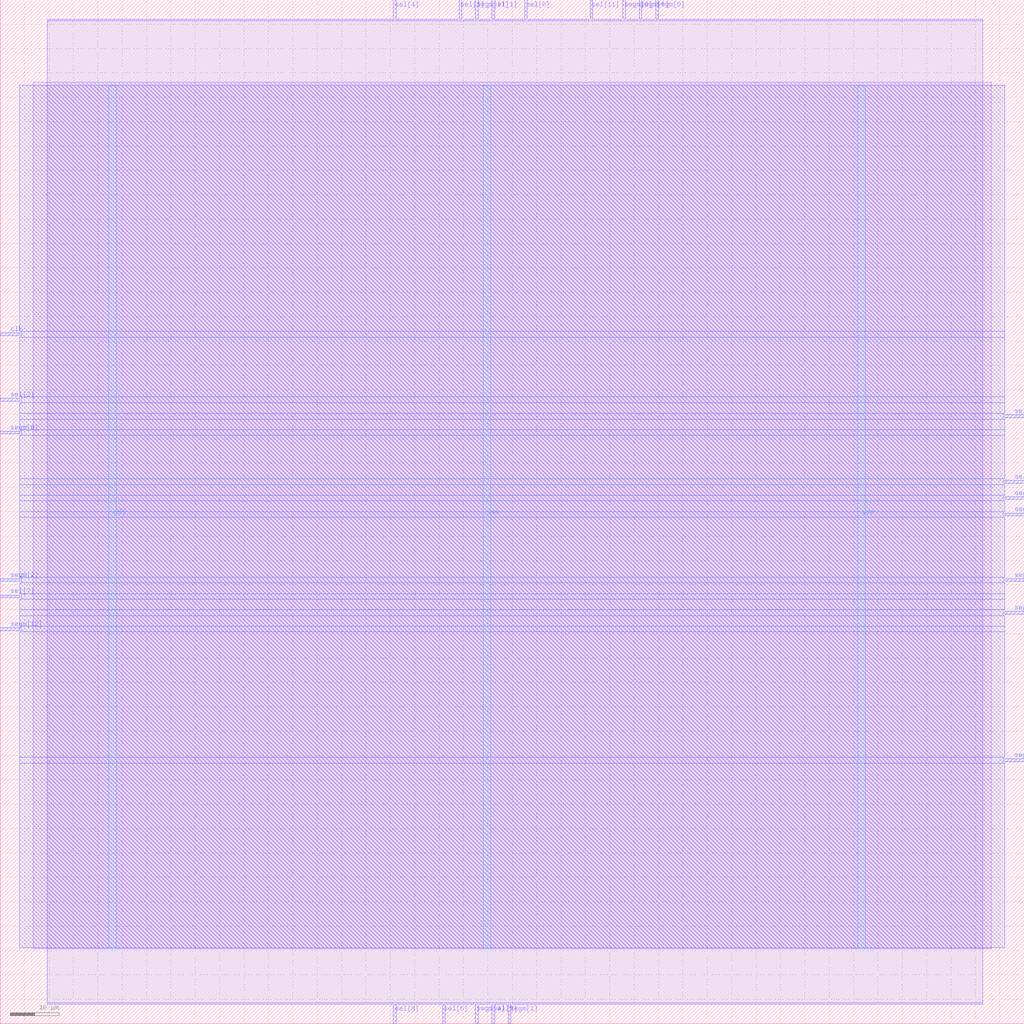
<source format=lef>
VERSION 5.7 ;
  NOWIREEXTENSIONATPIN ON ;
  DIVIDERCHAR "/" ;
  BUSBITCHARS "[]" ;
MACRO ita57
  CLASS BLOCK ;
  FOREIGN ita57 ;
  ORIGIN 0.000 0.000 ;
  SIZE 210.000 BY 210.000 ;
  PIN clk
    DIRECTION INPUT ;
    USE SIGNAL ;
    ANTENNAGATEAREA 4.738000 ;
    ANTENNADIFFAREA 0.410400 ;
    PORT
      LAYER Metal3 ;
        RECT 0.000 141.120 4.000 141.680 ;
    END
  END clk
  PIN segm[0]
    DIRECTION OUTPUT TRISTATE ;
    USE SIGNAL ;
    ANTENNADIFFAREA 0.360800 ;
    PORT
      LAYER Metal2 ;
        RECT 134.400 206.000 134.960 210.000 ;
    END
  END segm[0]
  PIN segm[10]
    DIRECTION OUTPUT TRISTATE ;
    USE SIGNAL ;
    ANTENNADIFFAREA 4.731200 ;
    PORT
      LAYER Metal3 ;
        RECT 206.000 104.160 210.000 104.720 ;
    END
  END segm[10]
  PIN segm[11]
    DIRECTION OUTPUT TRISTATE ;
    USE SIGNAL ;
    ANTENNADIFFAREA 4.731200 ;
    PORT
      LAYER Metal2 ;
        RECT 97.440 206.000 98.000 210.000 ;
    END
  END segm[11]
  PIN segm[12]
    DIRECTION OUTPUT TRISTATE ;
    USE SIGNAL ;
    ANTENNADIFFAREA 4.731200 ;
    PORT
      LAYER Metal3 ;
        RECT 0.000 80.640 4.000 81.200 ;
    END
  END segm[12]
  PIN segm[13]
    DIRECTION OUTPUT TRISTATE ;
    USE SIGNAL ;
    ANTENNADIFFAREA 4.731200 ;
    PORT
      LAYER Metal3 ;
        RECT 206.000 107.520 210.000 108.080 ;
    END
  END segm[13]
  PIN segm[1]
    DIRECTION OUTPUT TRISTATE ;
    USE SIGNAL ;
    ANTENNADIFFAREA 4.731200 ;
    PORT
      LAYER Metal2 ;
        RECT 104.160 0.000 104.720 4.000 ;
    END
  END segm[1]
  PIN segm[2]
    DIRECTION OUTPUT TRISTATE ;
    USE SIGNAL ;
    ANTENNADIFFAREA 4.731200 ;
    PORT
      LAYER Metal3 ;
        RECT 0.000 90.720 4.000 91.280 ;
    END
  END segm[2]
  PIN segm[3]
    DIRECTION OUTPUT TRISTATE ;
    USE SIGNAL ;
    ANTENNADIFFAREA 0.360800 ;
    PORT
      LAYER Metal3 ;
        RECT 206.000 53.760 210.000 54.320 ;
    END
  END segm[3]
  PIN segm[4]
    DIRECTION OUTPUT TRISTATE ;
    USE SIGNAL ;
    ANTENNADIFFAREA 4.731200 ;
    PORT
      LAYER Metal2 ;
        RECT 97.440 0.000 98.000 4.000 ;
    END
  END segm[4]
  PIN segm[5]
    DIRECTION OUTPUT TRISTATE ;
    USE SIGNAL ;
    ANTENNADIFFAREA 0.360800 ;
    PORT
      LAYER Metal2 ;
        RECT 131.040 206.000 131.600 210.000 ;
    END
  END segm[5]
  PIN segm[6]
    DIRECTION OUTPUT TRISTATE ;
    USE SIGNAL ;
    ANTENNADIFFAREA 4.731200 ;
    PORT
      LAYER Metal3 ;
        RECT 0.000 120.960 4.000 121.520 ;
    END
  END segm[6]
  PIN segm[7]
    DIRECTION OUTPUT TRISTATE ;
    USE SIGNAL ;
    ANTENNADIFFAREA 4.731200 ;
    PORT
      LAYER Metal3 ;
        RECT 206.000 84.000 210.000 84.560 ;
    END
  END segm[7]
  PIN segm[8]
    DIRECTION OUTPUT TRISTATE ;
    USE SIGNAL ;
    ANTENNADIFFAREA 4.731200 ;
    PORT
      LAYER Metal3 ;
        RECT 206.000 90.720 210.000 91.280 ;
    END
  END segm[8]
  PIN segm[9]
    DIRECTION OUTPUT TRISTATE ;
    USE SIGNAL ;
    ANTENNADIFFAREA 4.731200 ;
    PORT
      LAYER Metal2 ;
        RECT 127.680 206.000 128.240 210.000 ;
    END
  END segm[9]
  PIN sel[0]
    DIRECTION OUTPUT TRISTATE ;
    USE SIGNAL ;
    ANTENNADIFFAREA 4.731200 ;
    PORT
      LAYER Metal2 ;
        RECT 107.520 206.000 108.080 210.000 ;
    END
  END sel[0]
  PIN sel[10]
    DIRECTION OUTPUT TRISTATE ;
    USE SIGNAL ;
    ANTENNADIFFAREA 4.731200 ;
    PORT
      LAYER Metal3 ;
        RECT 206.000 124.320 210.000 124.880 ;
    END
  END sel[10]
  PIN sel[11]
    DIRECTION OUTPUT TRISTATE ;
    USE SIGNAL ;
    ANTENNADIFFAREA 4.731200 ;
    PORT
      LAYER Metal2 ;
        RECT 120.960 206.000 121.520 210.000 ;
    END
  END sel[11]
  PIN sel[1]
    DIRECTION OUTPUT TRISTATE ;
    USE SIGNAL ;
    ANTENNADIFFAREA 4.731200 ;
    PORT
      LAYER Metal2 ;
        RECT 100.800 206.000 101.360 210.000 ;
    END
  END sel[1]
  PIN sel[2]
    DIRECTION OUTPUT TRISTATE ;
    USE SIGNAL ;
    ANTENNADIFFAREA 4.731200 ;
    PORT
      LAYER Metal3 ;
        RECT 0.000 127.680 4.000 128.240 ;
    END
  END sel[2]
  PIN sel[3]
    DIRECTION OUTPUT TRISTATE ;
    USE SIGNAL ;
    ANTENNADIFFAREA 4.731200 ;
    PORT
      LAYER Metal2 ;
        RECT 94.080 206.000 94.640 210.000 ;
    END
  END sel[3]
  PIN sel[4]
    DIRECTION OUTPUT TRISTATE ;
    USE SIGNAL ;
    ANTENNADIFFAREA 4.731200 ;
    PORT
      LAYER Metal2 ;
        RECT 80.640 206.000 81.200 210.000 ;
    END
  END sel[4]
  PIN sel[5]
    DIRECTION OUTPUT TRISTATE ;
    USE SIGNAL ;
    ANTENNADIFFAREA 4.731200 ;
    PORT
      LAYER Metal2 ;
        RECT 100.800 0.000 101.360 4.000 ;
    END
  END sel[5]
  PIN sel[6]
    DIRECTION OUTPUT TRISTATE ;
    USE SIGNAL ;
    ANTENNADIFFAREA 4.731200 ;
    PORT
      LAYER Metal2 ;
        RECT 90.720 0.000 91.280 4.000 ;
    END
  END sel[6]
  PIN sel[7]
    DIRECTION OUTPUT TRISTATE ;
    USE SIGNAL ;
    ANTENNADIFFAREA 4.731200 ;
    PORT
      LAYER Metal3 ;
        RECT 0.000 87.360 4.000 87.920 ;
    END
  END sel[7]
  PIN sel[8]
    DIRECTION OUTPUT TRISTATE ;
    USE SIGNAL ;
    ANTENNADIFFAREA 4.731200 ;
    PORT
      LAYER Metal2 ;
        RECT 80.640 0.000 81.200 4.000 ;
    END
  END sel[8]
  PIN sel[9]
    DIRECTION OUTPUT TRISTATE ;
    USE SIGNAL ;
    ANTENNADIFFAREA 4.731200 ;
    PORT
      LAYER Metal3 ;
        RECT 206.000 110.880 210.000 111.440 ;
    END
  END sel[9]
  PIN vdd
    DIRECTION INOUT ;
    USE POWER ;
    PORT
      LAYER Metal4 ;
        RECT 22.240 15.380 23.840 192.380 ;
    END
    PORT
      LAYER Metal4 ;
        RECT 175.840 15.380 177.440 192.380 ;
    END
  END vdd
  PIN vss
    DIRECTION INOUT ;
    USE GROUND ;
    PORT
      LAYER Metal4 ;
        RECT 99.040 15.380 100.640 192.380 ;
    END
  END vss
  OBS
      LAYER Metal1 ;
        RECT 6.720 15.380 203.280 193.050 ;
      LAYER Metal2 ;
        RECT 9.660 205.700 80.340 206.000 ;
        RECT 81.500 205.700 93.780 206.000 ;
        RECT 94.940 205.700 97.140 206.000 ;
        RECT 98.300 205.700 100.500 206.000 ;
        RECT 101.660 205.700 107.220 206.000 ;
        RECT 108.380 205.700 120.660 206.000 ;
        RECT 121.820 205.700 127.380 206.000 ;
        RECT 128.540 205.700 130.740 206.000 ;
        RECT 131.900 205.700 134.100 206.000 ;
        RECT 135.260 205.700 201.460 206.000 ;
        RECT 9.660 4.300 201.460 205.700 ;
        RECT 9.660 4.000 80.340 4.300 ;
        RECT 81.500 4.000 90.420 4.300 ;
        RECT 91.580 4.000 97.140 4.300 ;
        RECT 98.300 4.000 100.500 4.300 ;
        RECT 101.660 4.000 103.860 4.300 ;
        RECT 105.020 4.000 201.460 4.300 ;
      LAYER Metal3 ;
        RECT 4.000 141.980 206.000 192.500 ;
        RECT 4.300 140.820 206.000 141.980 ;
        RECT 4.000 128.540 206.000 140.820 ;
        RECT 4.300 127.380 206.000 128.540 ;
        RECT 4.000 125.180 206.000 127.380 ;
        RECT 4.000 124.020 205.700 125.180 ;
        RECT 4.000 121.820 206.000 124.020 ;
        RECT 4.300 120.660 206.000 121.820 ;
        RECT 4.000 111.740 206.000 120.660 ;
        RECT 4.000 110.580 205.700 111.740 ;
        RECT 4.000 108.380 206.000 110.580 ;
        RECT 4.000 107.220 205.700 108.380 ;
        RECT 4.000 105.020 206.000 107.220 ;
        RECT 4.000 103.860 205.700 105.020 ;
        RECT 4.000 91.580 206.000 103.860 ;
        RECT 4.300 90.420 205.700 91.580 ;
        RECT 4.000 88.220 206.000 90.420 ;
        RECT 4.300 87.060 206.000 88.220 ;
        RECT 4.000 84.860 206.000 87.060 ;
        RECT 4.000 83.700 205.700 84.860 ;
        RECT 4.000 81.500 206.000 83.700 ;
        RECT 4.300 80.340 206.000 81.500 ;
        RECT 4.000 54.620 206.000 80.340 ;
        RECT 4.000 53.460 205.700 54.620 ;
        RECT 4.000 15.540 206.000 53.460 ;
  END
END ita57
END LIBRARY


</source>
